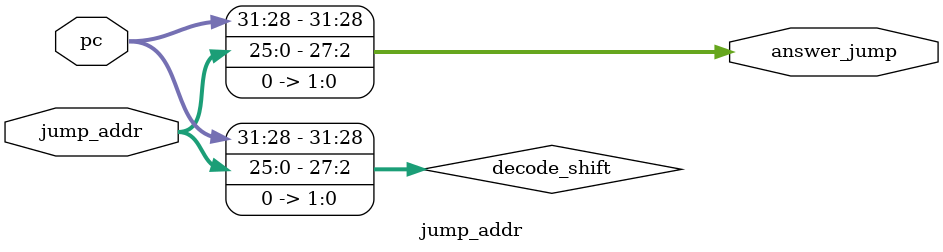
<source format=v>
module jump_addr(
    input  [31 : 0] pc,
    input  [31 : 0] jump_addr,
    output [31 : 0] answer_jump
);
    
    reg  [31:0] decode_shift;
    assign answer_jump = decode_shift;
    assign answer_jump[31:28] = pc[31:28];
    assign answer_jump[27:2] = jump_addr[25:0];
    assign answer_jump[1:0] = 2'b00;

endmodule
</source>
